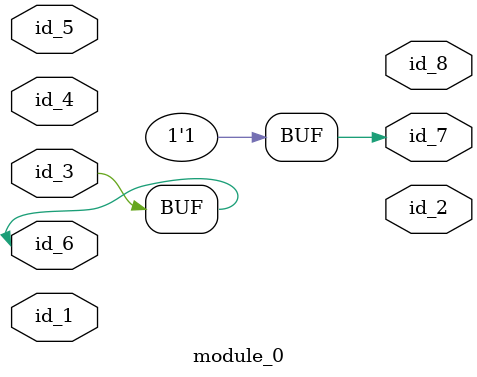
<source format=v>
module module_0 (
    id_1,
    id_2,
    id_3,
    id_4,
    id_5,
    id_6,
    id_7,
    id_8
);
  output id_8;
  output id_7;
  input id_6;
  input id_5;
  input id_4;
  input id_3;
  output id_2;
  input id_1;
  assign id_7 = 1 - "";
  assign id_3 = id_6;
endmodule

</source>
